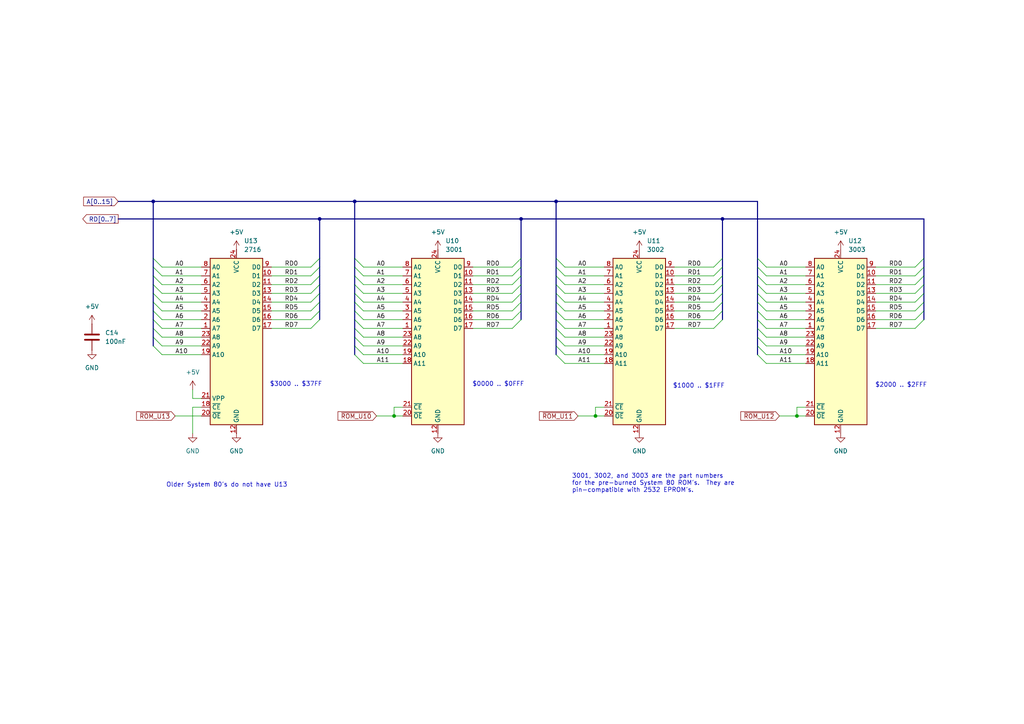
<source format=kicad_sch>
(kicad_sch (version 20231120) (generator "eeschema") (generator_version "8.0")
  (paper "A4")
  (title_block (title "Dick Smith System 80 Main Board") (date "1980"))
  (lib_symbols
    (symbol "2532:2532"
      (property "Reference" "U" (at -7.62 24.13 0))
      (property "Value" "2532" (at 2.54 -26.67 0))
      (symbol "2532_1_1"
        (rectangle (start -7.62 22.86) (end 7.62 -25.4) (stroke (width 0.254)) (fill (type background)))
        (pin input line (at -10.16 2.54 0) (length 2.54) (name "A7") (number "1"))
        (pin tri_state line (at 10.16 17.78 180) (length 2.54) (name "D1") (number "10"))
        (pin tri_state line (at 10.16 15.24 180) (length 2.54) (name "D2") (number "11"))
        (pin power_in line (at 0 -27.94 90) (length 2.54) (name "GND") (number "12"))
        (pin tri_state line (at 10.16 12.7 180) (length 2.54) (name "D3") (number "13"))
        (pin tri_state line (at 10.16 10.16 180) (length 2.54) (name "D4") (number "14"))
        (pin tri_state line (at 10.16 7.62 180) (length 2.54) (name "D5") (number "15"))
        (pin tri_state line (at 10.16 5.08 180) (length 2.54) (name "D6") (number "16"))
        (pin tri_state line (at 10.16 2.54 180) (length 2.54) (name "D7") (number "17"))
        (pin input line (at -10.16 -7.62 0) (length 2.54) (name "A11") (number "18"))
        (pin input line (at -10.16 -5.08 0) (length 2.54) (name "A10") (number "19"))
        (pin input line (at -10.16 5.08 0) (length 2.54) (name "A6") (number "2"))
        (pin input line (at -10.16 -22.86 0) (length 2.54) (name "~{OE}") (number "20"))
        (pin input line (at -10.16 -20.32 0) (length 2.54) (name "~{CE}") (number "21"))
        (pin input line (at -10.16 -2.54 0) (length 2.54) (name "A9") (number "22"))
        (pin input line (at -10.16 0 0) (length 2.54) (name "A8") (number "23"))
        (pin power_in line (at 0 25.4 270) (length 2.54) (name "VCC") (number "24"))
        (pin no_connect line (at 7.62 0 180) (length 2.54) hide (name "NC") (number "26"))
        (pin input line (at -10.16 7.62 0) (length 2.54) (name "A5") (number "3"))
        (pin input line (at -10.16 10.16 0) (length 2.54) (name "A4") (number "4"))
        (pin input line (at -10.16 12.7 0) (length 2.54) (name "A3") (number "5"))
        (pin input line (at -10.16 15.24 0) (length 2.54) (name "A2") (number "6"))
        (pin input line (at -10.16 17.78 0) (length 2.54) (name "A1") (number "7"))
        (pin input line (at -10.16 20.32 0) (length 2.54) (name "A0") (number "8"))
        (pin tri_state line (at 10.16 20.32 180) (length 2.54) (name "D0") (number "9"))
      )
    )
    (symbol "2716:2716"
      (property "Reference" "U" (at -7.62 24.13 0))
      (property "Value" "2716" (at 2.54 -26.67 0))
      (symbol "2716_1_1"
        (rectangle (start -7.62 22.86) (end 7.62 -25.4) (stroke (width 0.254)) (fill (type background)))
        (pin input line (at -10.16 2.54 0) (length 2.54) (name "A7") (number "1"))
        (pin tri_state line (at 10.16 17.78 180) (length 2.54) (name "D1") (number "10"))
        (pin tri_state line (at 10.16 15.24 180) (length 2.54) (name "D2") (number "11"))
        (pin power_in line (at 0 -27.94 90) (length 2.54) (name "GND") (number "12"))
        (pin tri_state line (at 10.16 12.7 180) (length 2.54) (name "D3") (number "13"))
        (pin tri_state line (at 10.16 10.16 180) (length 2.54) (name "D4") (number "14"))
        (pin tri_state line (at 10.16 7.62 180) (length 2.54) (name "D5") (number "15"))
        (pin tri_state line (at 10.16 5.08 180) (length 2.54) (name "D6") (number "16"))
        (pin tri_state line (at 10.16 2.54 180) (length 2.54) (name "D7") (number "17"))
        (pin input line (at -10.16 -20.32 0) (length 2.54) (name "~{CE}") (number "18"))
        (pin input line (at -10.16 -5.08 0) (length 2.54) (name "A10") (number "19"))
        (pin input line (at -10.16 5.08 0) (length 2.54) (name "A6") (number "2"))
        (pin input line (at -10.16 -22.86 0) (length 2.54) (name "~{OE}") (number "20"))
        (pin input line (at -10.16 -17.78 0) (length 2.54) (name "VPP") (number "21"))
        (pin input line (at -10.16 -2.54 0) (length 2.54) (name "A9") (number "22"))
        (pin input line (at -10.16 0 0) (length 2.54) (name "A8") (number "23"))
        (pin power_in line (at 0 25.4 270) (length 2.54) (name "VCC") (number "24"))
        (pin no_connect line (at 7.62 0 180) (length 2.54) hide (name "NC") (number "26"))
        (pin input line (at -10.16 7.62 0) (length 2.54) (name "A5") (number "3"))
        (pin input line (at -10.16 10.16 0) (length 2.54) (name "A4") (number "4"))
        (pin input line (at -10.16 12.7 0) (length 2.54) (name "A3") (number "5"))
        (pin input line (at -10.16 15.24 0) (length 2.54) (name "A2") (number "6"))
        (pin input line (at -10.16 17.78 0) (length 2.54) (name "A1") (number "7"))
        (pin input line (at -10.16 20.32 0) (length 2.54) (name "A0") (number "8"))
        (pin tri_state line (at 10.16 20.32 180) (length 2.54) (name "D0") (number "9"))
      )
    )
    (symbol "Device:C" (pin_numbers hide) (pin_names (offset 0.254))
      (property "Reference" "C" (at 0.635 2.54 0))
      (property "Value" "C" (at 0.635 -2.54 0))
      (symbol "C_0_1"
        (polyline (pts (xy -2.032 -0.762) (xy 2.032 -0.762)) (stroke (width 0.508)))
        (polyline (pts (xy -2.032 0.762) (xy 2.032 0.762)) (stroke (width 0.508)))
      )
      (symbol "C_1_1"
        (pin passive line (at 0 3.81 270) (length 2.794) (name "~") (number "1"))
        (pin passive line (at 0 -3.81 90) (length 2.794) (name "~") (number "2"))
      )
    )
    (symbol "power:+5V" (power) (pin_numbers hide) (pin_names (offset 0) hide)
      (property "Value" "+5V" (at 0 3.556 0))
      (symbol "+5V_0_1"
        (polyline (pts (xy -0.762 1.27) (xy 0 2.54)))
        (polyline (pts (xy 0 0) (xy 0 2.54)))
        (polyline (pts (xy 0 2.54) (xy 0.762 1.27)))
      )
      (symbol "+5V_1_1"
        (pin power_in line (at 0 0 90) (length 0) (name "~") (number "1"))
      )
    )
    (symbol "power:GND" (power) (pin_numbers hide) (pin_names (offset 0) hide)
      (property "Value" "GND" (at 0 -3.81 0))
      (symbol "GND_0_1"
        (polyline (pts (xy 0 0) (xy 0 -1.27) (xy 1.27 -1.27) (xy 0 -2.54) (xy -1.27 -1.27) (xy 0 -1.27)))
      )
      (symbol "GND_1_1"
        (pin power_in line (at 0 0 270) (length 0) (name "~") (number "1"))
      )
    )
  )
  (junction (at 151.13 63.5))
  (junction (at 92.71 63.5))
  (junction (at 102.87 58.42))
  (junction (at 161.29 58.42))
  (junction (at 44.45 58.42))
  (junction (at 172.72 120.65))
  (junction (at 231.14 120.65))
  (junction (at 209.55 63.5))
  (junction (at 114.3 120.65))
  (bus_entry (at 44.45 77.47) (size 2.54 2.54))
  (bus_entry (at 219.71 85.09) (size 2.54 2.54))
  (bus_entry (at 161.29 80.01) (size 2.54 2.54))
  (bus_entry (at 102.87 100.33) (size 2.54 2.54))
  (bus_entry (at 161.29 74.93) (size 2.54 2.54))
  (bus_entry (at 209.55 90.17) (size -2.54 2.54))
  (bus_entry (at 102.87 77.47) (size 2.54 2.54))
  (bus_entry (at 102.87 90.17) (size 2.54 2.54))
  (bus_entry (at 102.87 80.01) (size 2.54 2.54))
  (bus_entry (at 92.71 92.71) (size -2.54 2.54))
  (bus_entry (at 267.97 87.63) (size -2.54 2.54))
  (bus_entry (at 44.45 87.63) (size 2.54 2.54))
  (bus_entry (at 102.87 102.87) (size 2.54 2.54))
  (bus_entry (at 161.29 100.33) (size 2.54 2.54))
  (bus_entry (at 161.29 85.09) (size 2.54 2.54))
  (bus_entry (at 92.71 80.01) (size -2.54 2.54))
  (bus_entry (at 219.71 80.01) (size 2.54 2.54))
  (bus_entry (at 44.45 92.71) (size 2.54 2.54))
  (bus_entry (at 219.71 74.93) (size 2.54 2.54))
  (bus_entry (at 161.29 102.87) (size 2.54 2.54))
  (bus_entry (at 219.71 95.25) (size 2.54 2.54))
  (bus_entry (at 92.71 82.55) (size -2.54 2.54))
  (bus_entry (at 102.87 95.25) (size 2.54 2.54))
  (bus_entry (at 219.71 92.71) (size 2.54 2.54))
  (bus_entry (at 209.55 74.93) (size -2.54 2.54))
  (bus_entry (at 151.13 74.93) (size -2.54 2.54))
  (bus_entry (at 209.55 80.01) (size -2.54 2.54))
  (bus_entry (at 102.87 82.55) (size 2.54 2.54))
  (bus_entry (at 209.55 87.63) (size -2.54 2.54))
  (bus_entry (at 209.55 82.55) (size -2.54 2.54))
  (bus_entry (at 267.97 90.17) (size -2.54 2.54))
  (bus_entry (at 92.71 85.09) (size -2.54 2.54))
  (bus_entry (at 161.29 77.47) (size 2.54 2.54))
  (bus_entry (at 92.71 74.93) (size -2.54 2.54))
  (bus_entry (at 44.45 80.01) (size 2.54 2.54))
  (bus_entry (at 44.45 85.09) (size 2.54 2.54))
  (bus_entry (at 267.97 80.01) (size -2.54 2.54))
  (bus_entry (at 102.87 87.63) (size 2.54 2.54))
  (bus_entry (at 151.13 82.55) (size -2.54 2.54))
  (bus_entry (at 267.97 82.55) (size -2.54 2.54))
  (bus_entry (at 92.71 87.63) (size -2.54 2.54))
  (bus_entry (at 44.45 100.33) (size 2.54 2.54))
  (bus_entry (at 161.29 90.17) (size 2.54 2.54))
  (bus_entry (at 102.87 92.71) (size 2.54 2.54))
  (bus_entry (at 209.55 92.71) (size -2.54 2.54))
  (bus_entry (at 209.55 85.09) (size -2.54 2.54))
  (bus_entry (at 219.71 97.79) (size 2.54 2.54))
  (bus_entry (at 151.13 80.01) (size -2.54 2.54))
  (bus_entry (at 44.45 97.79) (size 2.54 2.54))
  (bus_entry (at 219.71 82.55) (size 2.54 2.54))
  (bus_entry (at 267.97 85.09) (size -2.54 2.54))
  (bus_entry (at 219.71 87.63) (size 2.54 2.54))
  (bus_entry (at 267.97 74.93) (size -2.54 2.54))
  (bus_entry (at 102.87 97.79) (size 2.54 2.54))
  (bus_entry (at 161.29 92.71) (size 2.54 2.54))
  (bus_entry (at 92.71 90.17) (size -2.54 2.54))
  (bus_entry (at 219.71 90.17) (size 2.54 2.54))
  (bus_entry (at 151.13 92.71) (size -2.54 2.54))
  (bus_entry (at 102.87 85.09) (size 2.54 2.54))
  (bus_entry (at 102.87 74.93) (size 2.54 2.54))
  (bus_entry (at 44.45 95.25) (size 2.54 2.54))
  (bus_entry (at 209.55 77.47) (size -2.54 2.54))
  (bus_entry (at 44.45 82.55) (size 2.54 2.54))
  (bus_entry (at 161.29 97.79) (size 2.54 2.54))
  (bus_entry (at 151.13 90.17) (size -2.54 2.54))
  (bus_entry (at 219.71 100.33) (size 2.54 2.54))
  (bus_entry (at 219.71 102.87) (size 2.54 2.54))
  (bus_entry (at 92.71 77.47) (size -2.54 2.54))
  (bus_entry (at 151.13 85.09) (size -2.54 2.54))
  (bus_entry (at 44.45 74.93) (size 2.54 2.54))
  (bus_entry (at 44.45 90.17) (size 2.54 2.54))
  (bus_entry (at 161.29 95.25) (size 2.54 2.54))
  (bus_entry (at 151.13 77.47) (size -2.54 2.54))
  (bus_entry (at 267.97 77.47) (size -2.54 2.54))
  (bus_entry (at 219.71 77.47) (size 2.54 2.54))
  (bus_entry (at 161.29 82.55) (size 2.54 2.54))
  (bus_entry (at 161.29 87.63) (size 2.54 2.54))
  (bus_entry (at 267.97 92.71) (size -2.54 2.54))
  (bus_entry (at 151.13 87.63) (size -2.54 2.54))
  (bus (pts (xy 44.45 82.55) (xy 44.45 85.09)))
  (bus (pts (xy 267.97 87.63) (xy 267.97 90.17)))
  (bus (pts (xy 102.87 92.71) (xy 102.87 95.25)))
  (wire (pts (xy 233.68 118.11) (xy 231.14 118.11)))
  (wire (pts (xy 163.83 102.87) (xy 175.26 102.87)))
  (bus (pts (xy 102.87 87.63) (xy 102.87 90.17)))
  (wire (pts (xy 90.17 82.55) (xy 78.74 82.55)))
  (bus (pts (xy 209.55 87.63) (xy 209.55 90.17)))
  (wire (pts (xy 163.83 85.09) (xy 175.26 85.09)))
  (wire (pts (xy 222.25 105.41) (xy 233.68 105.41)))
  (wire (pts (xy 148.59 85.09) (xy 137.16 85.09)))
  (wire (pts (xy 148.59 95.25) (xy 137.16 95.25)))
  (bus (pts (xy 219.71 87.63) (xy 219.71 90.17)))
  (bus (pts (xy 219.71 95.25) (xy 219.71 97.79)))
  (wire (pts (xy 265.43 90.17) (xy 254 90.17)))
  (wire (pts (xy 172.72 120.65) (xy 175.26 120.65)))
  (bus (pts (xy 267.97 85.09) (xy 267.97 87.63)))
  (wire (pts (xy 231.14 120.65) (xy 233.68 120.65)))
  (bus (pts (xy 102.87 80.01) (xy 102.87 82.55)))
  (bus (pts (xy 209.55 74.93) (xy 209.55 77.47)))
  (bus (pts (xy 219.71 77.47) (xy 219.71 80.01)))
  (bus (pts (xy 161.29 77.47) (xy 161.29 80.01)))
  (bus (pts (xy 219.71 74.93) (xy 219.71 77.47)))
  (wire (pts (xy 222.25 97.79) (xy 233.68 97.79)))
  (wire (pts (xy 90.17 80.01) (xy 78.74 80.01)))
  (wire (pts (xy 265.43 77.47) (xy 254 77.47)))
  (bus (pts (xy 161.29 90.17) (xy 161.29 92.71)))
  (wire (pts (xy 222.25 92.71) (xy 233.68 92.71)))
  (wire (pts (xy 222.25 77.47) (xy 233.68 77.47)))
  (wire (pts (xy 265.43 82.55) (xy 254 82.55)))
  (wire (pts (xy 105.41 85.09) (xy 116.84 85.09)))
  (wire (pts (xy 58.42 115.57) (xy 55.88 115.57)))
  (bus (pts (xy 151.13 63.5) (xy 209.55 63.5)))
  (wire (pts (xy 90.17 77.47) (xy 78.74 77.47)))
  (wire (pts (xy 105.41 95.25) (xy 116.84 95.25)))
  (bus (pts (xy 219.71 92.71) (xy 219.71 95.25)))
  (wire (pts (xy 105.41 97.79) (xy 116.84 97.79)))
  (bus (pts (xy 34.29 58.42) (xy 44.45 58.42)))
  (bus (pts (xy 34.29 63.5) (xy 92.71 63.5)))
  (wire (pts (xy 231.14 118.11) (xy 231.14 120.65)))
  (wire (pts (xy 46.99 85.09) (xy 58.42 85.09)))
  (wire (pts (xy 46.99 95.25) (xy 58.42 95.25)))
  (wire (pts (xy 90.17 95.25) (xy 78.74 95.25)))
  (bus (pts (xy 44.45 77.47) (xy 44.45 80.01)))
  (bus (pts (xy 44.45 90.17) (xy 44.45 92.71)))
  (bus (pts (xy 219.71 85.09) (xy 219.71 87.63)))
  (wire (pts (xy 222.25 90.17) (xy 233.68 90.17)))
  (wire (pts (xy 265.43 95.25) (xy 254 95.25)))
  (wire (pts (xy 114.3 118.11) (xy 114.3 120.65)))
  (wire (pts (xy 46.99 77.47) (xy 58.42 77.47)))
  (bus (pts (xy 92.71 74.93) (xy 92.71 77.47)))
  (wire (pts (xy 105.41 102.87) (xy 116.84 102.87)))
  (wire (pts (xy 265.43 87.63) (xy 254 87.63)))
  (wire (pts (xy 207.01 77.47) (xy 195.58 77.47)))
  (bus (pts (xy 209.55 80.01) (xy 209.55 82.55)))
  (wire (pts (xy 46.99 82.55) (xy 58.42 82.55)))
  (wire (pts (xy 222.25 85.09) (xy 233.68 85.09)))
  (bus (pts (xy 267.97 77.47) (xy 267.97 80.01)))
  (wire (pts (xy 105.41 80.01) (xy 116.84 80.01)))
  (bus (pts (xy 151.13 85.09) (xy 151.13 87.63)))
  (wire (pts (xy 207.01 92.71) (xy 195.58 92.71)))
  (wire (pts (xy 226.06 120.65) (xy 231.14 120.65)))
  (bus (pts (xy 209.55 90.17) (xy 209.55 92.71)))
  (wire (pts (xy 222.25 82.55) (xy 233.68 82.55)))
  (wire (pts (xy 207.01 80.01) (xy 195.58 80.01)))
  (bus (pts (xy 151.13 80.01) (xy 151.13 82.55)))
  (wire (pts (xy 105.41 105.41) (xy 116.84 105.41)))
  (wire (pts (xy 172.72 118.11) (xy 172.72 120.65)))
  (bus (pts (xy 92.71 77.47) (xy 92.71 80.01)))
  (wire (pts (xy 55.88 118.11) (xy 58.42 118.11)))
  (wire (pts (xy 148.59 92.71) (xy 137.16 92.71)))
  (bus (pts (xy 102.87 74.93) (xy 102.87 77.47)))
  (bus (pts (xy 92.71 85.09) (xy 92.71 87.63)))
  (bus (pts (xy 92.71 63.5) (xy 151.13 63.5)))
  (bus (pts (xy 102.87 58.42) (xy 102.87 74.93)))
  (wire (pts (xy 207.01 95.25) (xy 195.58 95.25)))
  (bus (pts (xy 267.97 80.01) (xy 267.97 82.55)))
  (wire (pts (xy 207.01 82.55) (xy 195.58 82.55)))
  (wire (pts (xy 46.99 100.33) (xy 58.42 100.33)))
  (wire (pts (xy 222.25 100.33) (xy 233.68 100.33)))
  (wire (pts (xy 105.41 90.17) (xy 116.84 90.17)))
  (bus (pts (xy 219.71 90.17) (xy 219.71 92.71)))
  (bus (pts (xy 161.29 92.71) (xy 161.29 95.25)))
  (wire (pts (xy 105.41 82.55) (xy 116.84 82.55)))
  (wire (pts (xy 222.25 80.01) (xy 233.68 80.01)))
  (bus (pts (xy 151.13 74.93) (xy 151.13 77.47)))
  (wire (pts (xy 105.41 77.47) (xy 116.84 77.47)))
  (bus (pts (xy 44.45 97.79) (xy 44.45 100.33)))
  (wire (pts (xy 46.99 97.79) (xy 58.42 97.79)))
  (wire (pts (xy 46.99 87.63) (xy 58.42 87.63)))
  (wire (pts (xy 163.83 105.41) (xy 175.26 105.41)))
  (wire (pts (xy 207.01 87.63) (xy 195.58 87.63)))
  (wire (pts (xy 105.41 92.71) (xy 116.84 92.71)))
  (bus (pts (xy 102.87 100.33) (xy 102.87 102.87)))
  (wire (pts (xy 90.17 87.63) (xy 78.74 87.63)))
  (wire (pts (xy 148.59 82.55) (xy 137.16 82.55)))
  (bus (pts (xy 161.29 100.33) (xy 161.29 102.87)))
  (wire (pts (xy 46.99 92.71) (xy 58.42 92.71)))
  (bus (pts (xy 161.29 58.42) (xy 219.71 58.42)))
  (wire (pts (xy 163.83 77.47) (xy 175.26 77.47)))
  (bus (pts (xy 151.13 82.55) (xy 151.13 85.09)))
  (wire (pts (xy 148.59 87.63) (xy 137.16 87.63)))
  (bus (pts (xy 102.87 77.47) (xy 102.87 80.01)))
  (wire (pts (xy 207.01 85.09) (xy 195.58 85.09)))
  (bus (pts (xy 102.87 85.09) (xy 102.87 87.63)))
  (wire (pts (xy 46.99 102.87) (xy 58.42 102.87)))
  (wire (pts (xy 55.88 125.73) (xy 55.88 118.11)))
  (wire (pts (xy 105.41 87.63) (xy 116.84 87.63)))
  (bus (pts (xy 161.29 97.79) (xy 161.29 100.33)))
  (wire (pts (xy 90.17 92.71) (xy 78.74 92.71)))
  (bus (pts (xy 161.29 80.01) (xy 161.29 82.55)))
  (wire (pts (xy 163.83 97.79) (xy 175.26 97.79)))
  (bus (pts (xy 92.71 82.55) (xy 92.71 85.09)))
  (bus (pts (xy 92.71 80.01) (xy 92.71 82.55)))
  (wire (pts (xy 50.8 120.65) (xy 58.42 120.65)))
  (bus (pts (xy 44.45 92.71) (xy 44.45 95.25)))
  (bus (pts (xy 151.13 77.47) (xy 151.13 80.01)))
  (wire (pts (xy 90.17 85.09) (xy 78.74 85.09)))
  (bus (pts (xy 267.97 63.5) (xy 267.97 74.93)))
  (bus (pts (xy 267.97 90.17) (xy 267.97 92.71)))
  (bus (pts (xy 209.55 77.47) (xy 209.55 80.01)))
  (bus (pts (xy 92.71 87.63) (xy 92.71 90.17)))
  (wire (pts (xy 163.83 87.63) (xy 175.26 87.63)))
  (wire (pts (xy 163.83 90.17) (xy 175.26 90.17)))
  (wire (pts (xy 222.25 95.25) (xy 233.68 95.25)))
  (wire (pts (xy 222.25 87.63) (xy 233.68 87.63)))
  (bus (pts (xy 44.45 58.42) (xy 102.87 58.42)))
  (wire (pts (xy 265.43 85.09) (xy 254 85.09)))
  (bus (pts (xy 44.45 85.09) (xy 44.45 87.63)))
  (wire (pts (xy 148.59 77.47) (xy 137.16 77.47)))
  (bus (pts (xy 161.29 74.93) (xy 161.29 77.47)))
  (wire (pts (xy 175.26 118.11) (xy 172.72 118.11)))
  (wire (pts (xy 148.59 80.01) (xy 137.16 80.01)))
  (bus (pts (xy 209.55 63.5) (xy 209.55 74.93)))
  (wire (pts (xy 148.59 90.17) (xy 137.16 90.17)))
  (wire (pts (xy 207.01 90.17) (xy 195.58 90.17)))
  (bus (pts (xy 209.55 82.55) (xy 209.55 85.09)))
  (wire (pts (xy 116.84 118.11) (xy 114.3 118.11)))
  (bus (pts (xy 161.29 82.55) (xy 161.29 85.09)))
  (bus (pts (xy 219.71 97.79) (xy 219.71 100.33)))
  (bus (pts (xy 219.71 80.01) (xy 219.71 82.55)))
  (bus (pts (xy 219.71 100.33) (xy 219.71 102.87)))
  (wire (pts (xy 163.83 95.25) (xy 175.26 95.25)))
  (bus (pts (xy 219.71 58.42) (xy 219.71 74.93)))
  (bus (pts (xy 44.45 74.93) (xy 44.45 77.47)))
  (bus (pts (xy 102.87 82.55) (xy 102.87 85.09)))
  (bus (pts (xy 161.29 95.25) (xy 161.29 97.79)))
  (wire (pts (xy 163.83 82.55) (xy 175.26 82.55)))
  (wire (pts (xy 90.17 90.17) (xy 78.74 90.17)))
  (wire (pts (xy 265.43 80.01) (xy 254 80.01)))
  (bus (pts (xy 102.87 97.79) (xy 102.87 100.33)))
  (bus (pts (xy 267.97 74.93) (xy 267.97 77.47)))
  (bus (pts (xy 44.45 58.42) (xy 44.45 74.93)))
  (bus (pts (xy 102.87 95.25) (xy 102.87 97.79)))
  (wire (pts (xy 167.64 120.65) (xy 172.72 120.65)))
  (wire (pts (xy 265.43 92.71) (xy 254 92.71)))
  (bus (pts (xy 151.13 90.17) (xy 151.13 92.71)))
  (bus (pts (xy 102.87 58.42) (xy 161.29 58.42)))
  (wire (pts (xy 55.88 115.57) (xy 55.88 113.03)))
  (bus (pts (xy 209.55 63.5) (xy 267.97 63.5)))
  (wire (pts (xy 222.25 102.87) (xy 233.68 102.87)))
  (wire (pts (xy 105.41 100.33) (xy 116.84 100.33)))
  (bus (pts (xy 219.71 82.55) (xy 219.71 85.09)))
  (bus (pts (xy 161.29 85.09) (xy 161.29 87.63)))
  (bus (pts (xy 102.87 90.17) (xy 102.87 92.71)))
  (bus (pts (xy 161.29 58.42) (xy 161.29 74.93)))
  (wire (pts (xy 114.3 120.65) (xy 116.84 120.65)))
  (bus (pts (xy 92.71 63.5) (xy 92.71 74.93)))
  (wire (pts (xy 46.99 90.17) (xy 58.42 90.17)))
  (wire (pts (xy 46.99 80.01) (xy 58.42 80.01)))
  (wire (pts (xy 163.83 100.33) (xy 175.26 100.33)))
  (bus (pts (xy 161.29 87.63) (xy 161.29 90.17)))
  (bus (pts (xy 92.71 90.17) (xy 92.71 92.71)))
  (wire (pts (xy 109.22 120.65) (xy 114.3 120.65)))
  (bus (pts (xy 44.45 87.63) (xy 44.45 90.17)))
  (wire (pts (xy 163.83 92.71) (xy 175.26 92.71)))
  (bus (pts (xy 44.45 80.01) (xy 44.45 82.55)))
  (bus (pts (xy 151.13 87.63) (xy 151.13 90.17)))
  (bus (pts (xy 151.13 63.5) (xy 151.13 74.93)))
  (wire (pts (xy 163.83 80.01) (xy 175.26 80.01)))
  (bus (pts (xy 209.55 85.09) (xy 209.55 87.63)))
  (bus (pts (xy 267.97 82.55) (xy 267.97 85.09)))
  (bus (pts (xy 44.45 95.25) (xy 44.45 97.79)))
  (text "Older System 80's do not have U13" (at 65.786 140.716 0) (effects (font (size 1.27 1.27))))
  (text "$2000 .. $2FFF" (at 261.366 111.76 0) (effects (font (size 1.27 1.27))))
  (text "$1000 .. $1FFF" (at 202.692 112.014 0) (effects (font (size 1.27 1.27))))
  (text "3001, 3002, and 3003 are the part numbers\nfor the pre-burned System 80 ROM's.  They are\npin-compatible with 2532 EPROM's." (at 165.862 140.208 0) (effects (font (size 1.27 1.27)) (justify left)))
  (text "$3000 .. $37FF" (at 85.852 111.506 0) (effects (font (size 1.27 1.27))))
  (text "$0000 .. $0FFF" (at 144.526 111.506 0) (effects (font (size 1.27 1.27))))
  (label "RD4" (at 257.81 87.63 0))
  (label "A2" (at 50.8 82.55 0))
  (label "A5" (at 50.8 90.17 0))
  (label "A9" (at 167.64 100.33 0))
  (label "A1" (at 167.64 80.01 0))
  (label "RD6" (at 82.55 92.71 0))
  (label "A5" (at 167.64 90.17 0))
  (label "A8" (at 50.8 97.79 0))
  (label "A10" (at 167.64 102.87 0))
  (label "A0" (at 167.64 77.47 0))
  (label "RD0" (at 199.39 77.47 0))
  (label "RD5" (at 257.81 90.17 0))
  (label "RD4" (at 199.39 87.63 0))
  (label "A3" (at 226.06 85.09 0))
  (label "A5" (at 226.06 90.17 0))
  (label "RD3" (at 82.55 85.09 0))
  (label "A1" (at 226.06 80.01 0))
  (label "RD3" (at 140.97 85.09 0))
  (label "A0" (at 226.06 77.47 0))
  (label "RD1" (at 82.55 80.01 0))
  (label "A3" (at 167.64 85.09 0))
  (label "A4" (at 226.06 87.63 0))
  (label "A2" (at 167.64 82.55 0))
  (label "A6" (at 167.64 92.71 0))
  (label "RD7" (at 140.97 95.25 0))
  (label "A9" (at 50.8 100.33 0))
  (label "RD6" (at 257.81 92.71 0))
  (label "A11" (at 167.64 105.41 0))
  (label "RD5" (at 140.97 90.17 0))
  (label "A4" (at 109.22 87.63 0))
  (label "RD1" (at 257.81 80.01 0))
  (label "RD2" (at 199.39 82.55 0))
  (label "A8" (at 109.22 97.79 0))
  (label "A10" (at 109.22 102.87 0))
  (label "A2" (at 109.22 82.55 0))
  (label "A7" (at 226.06 95.25 0))
  (label "RD0" (at 82.55 77.47 0))
  (label "RD2" (at 82.55 82.55 0))
  (label "A9" (at 226.06 100.33 0))
  (label "A1" (at 109.22 80.01 0))
  (label "RD6" (at 140.97 92.71 0))
  (label "A7" (at 167.64 95.25 0))
  (label "A1" (at 50.8 80.01 0))
  (label "RD3" (at 257.81 85.09 0))
  (label "A10" (at 50.8 102.87 0))
  (label "A8" (at 167.64 97.79 0))
  (label "A6" (at 50.8 92.71 0))
  (label "A3" (at 50.8 85.09 0))
  (label "A10" (at 226.06 102.87 0))
  (label "A0" (at 109.22 77.47 0))
  (label "RD7" (at 82.55 95.25 0))
  (label "A6" (at 109.22 92.71 0))
  (label "A0" (at 50.8 77.47 0))
  (label "RD1" (at 199.39 80.01 0))
  (label "A7" (at 109.22 95.25 0))
  (label "RD4" (at 82.55 87.63 0))
  (label "RD5" (at 199.39 90.17 0))
  (label "RD3" (at 199.39 85.09 0))
  (label "RD6" (at 199.39 92.71 0))
  (label "A4" (at 50.8 87.63 0))
  (label "A2" (at 226.06 82.55 0))
  (label "A3" (at 109.22 85.09 0))
  (label "A4" (at 167.64 87.63 0))
  (label "A5" (at 109.22 90.17 0))
  (label "RD5" (at 82.55 90.17 0))
  (label "RD1" (at 140.97 80.01 0))
  (label "RD4" (at 140.97 87.63 0))
  (label "RD0" (at 257.81 77.47 0))
  (label "RD7" (at 199.39 95.25 0))
  (label "RD0" (at 140.97 77.47 0))
  (label "RD2" (at 140.97 82.55 0))
  (label "A11" (at 226.06 105.41 0))
  (label "RD2" (at 257.81 82.55 0))
  (label "A8" (at 226.06 97.79 0))
  (label "A11" (at 109.22 105.41 0))
  (label "A9" (at 109.22 100.33 0))
  (label "A7" (at 50.8 95.25 0))
  (label "A6" (at 226.06 92.71 0))
  (label "RD7" (at 257.81 95.25 0))
  (global_label "A[0..15]" (shape input) (at 34.29 58.42 180) (property "Intersheetrefs" "${INTERSHEET_REFS}" (effects (hide yes))))
  (global_label "RD[0..7]" (shape output) (at 34.29 63.5 180) (property "Intersheetrefs" "${INTERSHEET_REFS}" (effects (hide yes))))
  (global_label "~{ROM_U10}" (shape input) (at 109.22 120.65 180) (property "Intersheetrefs" "${INTERSHEET_REFS}" (effects (hide yes))))
  (global_label "~{ROM_U11}" (shape input) (at 167.64 120.65 180) (property "Intersheetrefs" "${INTERSHEET_REFS}" (effects (hide yes))))
  (global_label "~{ROM_U12}" (shape input) (at 226.06 120.65 180) (property "Intersheetrefs" "${INTERSHEET_REFS}" (effects (hide yes))))
  (global_label "~{ROM_U13}" (shape input) (at 50.8 120.65 180) (property "Intersheetrefs" "${INTERSHEET_REFS}" (effects (hide yes))))
  (symbol (lib_id "power:+5V") (at 68.58 72.39 0) (unit 1)
    (property "Reference" "#PWR099" (effects (hide yes)))
    (property "Value" "+5V" (at 68.58 67.31 0))
    (property "Description" "Power symbol creates a global label with name \"+5V\"" (effects (hide yes)))
  )
  (symbol (lib_id "power:+5V") (at 185.42 72.39 0) (unit 1)
    (property "Reference" "#PWR0109" (effects (hide yes)))
    (property "Value" "+5V" (at 185.42 67.31 0))
    (property "Description" "Power symbol creates a global label with name \"+5V\"" (effects (hide yes)))
  )
  (symbol (lib_id "2716:2716") (at 68.58 97.79 0) (unit 1)
    (property "Reference" "U13" (at 70.7741 69.85 0) (effects (justify left)))
    (property "Value" "2716" (at 70.7741 72.39 0) (effects (justify left)))
    (property "Footprint" "Package_DIP:DIP-24_W15.24mm" (effects (hide yes)))
    (property "Description" "EPROM 16 KiBit" (effects (hide yes)))
  )
  (symbol (lib_id "power:GND") (at 26.67 101.6 0) (unit 1)
    (property "Reference" "#PWR0184" (effects (hide yes)))
    (property "Value" "GND" (at 26.67 106.68 0))
    (property "Description" "Power symbol creates a global label with name \"GND\" , ground" (effects (hide yes)))
  )
  (symbol (lib_id "power:GND") (at 185.42 125.73 0) (unit 1)
    (property "Reference" "#PWR0110" (effects (hide yes)))
    (property "Value" "GND" (at 185.42 130.81 0))
    (property "Description" "Power symbol creates a global label with name \"GND\" , ground" (effects (hide yes)))
  )
  (symbol (lib_id "power:GND") (at 55.88 125.73 0) (unit 1)
    (property "Reference" "#PWR0101" (effects (hide yes)))
    (property "Value" "GND" (at 55.88 130.81 0))
    (property "Description" "Power symbol creates a global label with name \"GND\" , ground" (effects (hide yes)))
  )
  (symbol (lib_id "power:+5V") (at 55.88 113.03 0) (unit 1)
    (property "Reference" "#PWR0102" (effects (hide yes)))
    (property "Value" "+5V" (at 55.88 107.95 0))
    (property "Description" "Power symbol creates a global label with name \"+5V\"" (effects (hide yes)))
  )
  (symbol (lib_id "2532:2532") (at 127 97.79 0) (unit 1)
    (property "Reference" "U10" (at 129.1941 69.85 0) (effects (justify left)))
    (property "Value" "3001" (at 129.1941 72.39 0) (effects (justify left)))
    (property "Footprint" "Package_DIP:DIP-24_W15.24mm" (effects (hide yes)))
    (property "Description" "EPROM 32 KiBit" (effects (hide yes)))
  )
  (symbol (lib_id "2532:2532") (at 185.42 97.79 0) (unit 1)
    (property "Reference" "U11" (at 187.6141 69.85 0) (effects (justify left)))
    (property "Value" "3002" (at 187.6141 72.39 0) (effects (justify left)))
    (property "Footprint" "Package_DIP:DIP-24_W15.24mm" (effects (hide yes)))
    (property "Description" "EPROM 32 KiBit" (effects (hide yes)))
  )
  (symbol (lib_id "power:GND") (at 68.58 125.73 0) (unit 1)
    (property "Reference" "#PWR0100" (effects (hide yes)))
    (property "Value" "GND" (at 68.58 130.81 0))
    (property "Description" "Power symbol creates a global label with name \"GND\" , ground" (effects (hide yes)))
  )
  (symbol (lib_id "power:+5V") (at 127 72.39 0) (unit 1)
    (property "Reference" "#PWR0105" (effects (hide yes)))
    (property "Value" "+5V" (at 127 67.31 0))
    (property "Description" "Power symbol creates a global label with name \"+5V\"" (effects (hide yes)))
  )
  (symbol (lib_id "Device:C") (at 26.67 97.79 0) (unit 1)
    (property "Reference" "C14" (at 30.48 96.5199 0) (effects (justify left)))
    (property "Value" "100nF" (at 30.48 99.0599 0) (effects (justify left)))
    (property "Footprint" "Capacitor_THT:C_Disc_D5.0mm_W2.5mm_P5.00mm" (effects (hide yes)))
    (property "Description" "Unpolarized capacitor" (effects (hide yes)))
  )
  (symbol (lib_id "power:GND") (at 127 125.73 0) (unit 1)
    (property "Reference" "#PWR0106" (effects (hide yes)))
    (property "Value" "GND" (at 127 130.81 0))
    (property "Description" "Power symbol creates a global label with name \"GND\" , ground" (effects (hide yes)))
  )
  (symbol (lib_id "2532:2532") (at 243.84 97.79 0) (unit 1)
    (property "Reference" "U12" (at 246.0341 69.85 0) (effects (justify left)))
    (property "Value" "3003" (at 246.0341 72.39 0) (effects (justify left)))
    (property "Footprint" "Package_DIP:DIP-24_W15.24mm" (effects (hide yes)))
    (property "Description" "EPROM 32 KiBit" (effects (hide yes)))
  )
  (symbol (lib_id "power:GND") (at 243.84 125.73 0) (unit 1)
    (property "Reference" "#PWR0114" (effects (hide yes)))
    (property "Value" "GND" (at 243.84 130.81 0))
    (property "Description" "Power symbol creates a global label with name \"GND\" , ground" (effects (hide yes)))
  )
  (symbol (lib_id "power:+5V") (at 26.67 93.98 0) (unit 1)
    (property "Reference" "#PWR0183" (effects (hide yes)))
    (property "Value" "+5V" (at 26.67 88.9 0))
    (property "Description" "Power symbol creates a global label with name \"+5V\"" (effects (hide yes)))
  )
  (symbol (lib_id "power:+5V") (at 243.84 72.39 0) (unit 1)
    (property "Reference" "#PWR0113" (effects (hide yes)))
    (property "Value" "+5V" (at 243.84 67.31 0))
    (property "Description" "Power symbol creates a global label with name \"+5V\"" (effects (hide yes)))
  )
)
</source>
